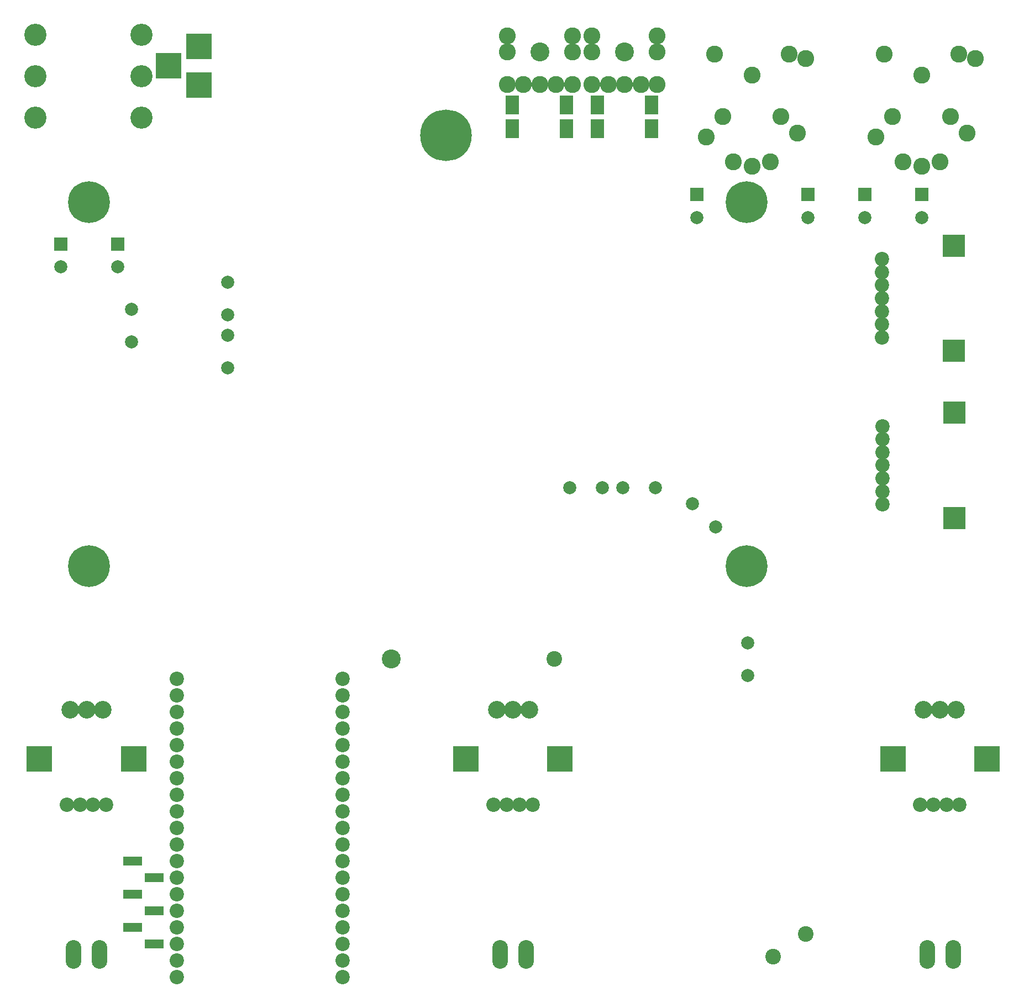
<source format=gbr>
G04 #@! TF.FileFunction,Soldermask,Bot*
%FSLAX46Y46*%
G04 Gerber Fmt 4.6, Leading zero omitted, Abs format (unit mm)*
G04 Created by KiCad (PCBNEW 4.0.7) date 04/23/18 15:57:54*
%MOMM*%
%LPD*%
G01*
G04 APERTURE LIST*
%ADD10C,0.100000*%
%ADD11R,2.000000X2.000000*%
%ADD12C,2.000000*%
%ADD13R,2.000000X3.000000*%
%ADD14C,6.400000*%
%ADD15C,7.900000*%
%ADD16C,2.400000*%
%ADD17R,3.900000X3.900000*%
%ADD18R,2.910000X1.400000*%
%ADD19C,2.200000*%
%ADD20R,3.400000X3.400000*%
%ADD21C,2.700000*%
%ADD22O,2.400000X4.400000*%
%ADD23C,2.900000*%
%ADD24C,2.600000*%
%ADD25C,3.400000*%
G04 APERTURE END LIST*
D10*
D11*
X121650000Y-57450000D03*
D12*
X121650000Y-60950000D03*
D11*
X138650000Y-57450000D03*
D12*
X138650000Y-60950000D03*
X124511827Y-108363908D03*
X120976293Y-104828374D03*
D11*
X147350000Y-57450000D03*
D12*
X147350000Y-60950000D03*
D11*
X156050000Y-57450000D03*
D12*
X156050000Y-60950000D03*
X129377549Y-131212347D03*
X129377549Y-126212347D03*
X115300000Y-102400000D03*
X110300000Y-102400000D03*
D13*
X114700000Y-43750000D03*
X114700000Y-47350000D03*
X106400000Y-43750000D03*
X106400000Y-47350000D03*
D12*
X107100000Y-102400000D03*
X102100000Y-102400000D03*
D11*
X24150000Y-65050000D03*
D12*
X24150000Y-68550000D03*
X35000000Y-80034316D03*
X35000000Y-75034316D03*
D11*
X32850000Y-65050000D03*
D12*
X32850000Y-68550000D03*
D13*
X101650000Y-43750000D03*
X101650000Y-47350000D03*
D12*
X49700000Y-84050000D03*
X49700000Y-79050000D03*
X49700000Y-75850000D03*
X49700000Y-70850000D03*
D13*
X93300000Y-43750000D03*
X93300000Y-47350000D03*
D14*
X28500000Y-58600000D03*
X129200000Y-58600000D03*
D15*
X83150000Y-48400000D03*
D14*
X129200000Y-114400000D03*
X28500000Y-114400000D03*
D16*
X138300000Y-170800000D03*
X133300000Y-174300000D03*
D17*
X45350000Y-40700000D03*
X45350000Y-34700000D03*
X40650000Y-37700000D03*
D18*
X35195000Y-169760000D03*
X35195000Y-164680000D03*
X35195000Y-159600000D03*
X38505000Y-172300000D03*
X38505000Y-167220000D03*
X38505000Y-162140000D03*
D19*
X150000000Y-73350000D03*
X150000000Y-75350000D03*
X150000000Y-77350000D03*
X150000000Y-79350000D03*
X150000000Y-71350000D03*
X150000000Y-69350000D03*
X150000000Y-67350000D03*
D20*
X161000000Y-65300000D03*
X161000000Y-81400000D03*
D19*
X150050000Y-98950000D03*
X150050000Y-100950000D03*
X150050000Y-102950000D03*
X150050000Y-104950000D03*
X150050000Y-96950000D03*
X150050000Y-94950000D03*
X150050000Y-92950000D03*
D20*
X161050000Y-90900000D03*
X161050000Y-107000000D03*
D17*
X20900000Y-143950000D03*
X35300000Y-143950000D03*
D19*
X25100000Y-150950000D03*
X27100000Y-150950000D03*
X29100000Y-150950000D03*
X31100000Y-150950000D03*
D21*
X30600000Y-136450000D03*
X25600000Y-136450000D03*
X28100000Y-136450000D03*
D17*
X86250000Y-143950000D03*
X100650000Y-143950000D03*
D19*
X90450000Y-150950000D03*
X92450000Y-150950000D03*
X94450000Y-150950000D03*
X96450000Y-150950000D03*
D21*
X95950000Y-136450000D03*
X90950000Y-136450000D03*
X93450000Y-136450000D03*
D17*
X151650000Y-143950000D03*
X166050000Y-143950000D03*
D19*
X155850000Y-150950000D03*
X157850000Y-150950000D03*
X159850000Y-150950000D03*
X161850000Y-150950000D03*
D21*
X161350000Y-136450000D03*
X156350000Y-136450000D03*
X158850000Y-136450000D03*
D22*
X26100000Y-173950000D03*
X30100000Y-173950000D03*
X95450000Y-173950000D03*
X91450000Y-173950000D03*
X160900000Y-173950000D03*
X156900000Y-173950000D03*
D19*
X67350000Y-177360000D03*
X67350000Y-174820000D03*
X67350000Y-172280000D03*
X67350000Y-169740000D03*
X67350000Y-167200000D03*
X67350000Y-164660000D03*
X67350000Y-162120000D03*
X67350000Y-159580000D03*
X67350000Y-157040000D03*
X67350000Y-154500000D03*
X67350000Y-151960000D03*
X67350000Y-149420000D03*
X67350000Y-146880000D03*
X67350000Y-144340000D03*
X67350000Y-141800000D03*
X67350000Y-139260000D03*
X67350000Y-136720000D03*
X67350000Y-134180000D03*
X67350000Y-131640000D03*
X41950000Y-131640000D03*
X41950000Y-134180000D03*
X41950000Y-136720000D03*
X41950000Y-139260000D03*
X41950000Y-141800000D03*
X41950000Y-144340000D03*
X41950000Y-146880000D03*
X41950000Y-149420000D03*
X41950000Y-151960000D03*
X41950000Y-154500000D03*
X41950000Y-157040000D03*
X41950000Y-159580000D03*
X41950000Y-162120000D03*
X41950000Y-164660000D03*
X41950000Y-167200000D03*
X41950000Y-169740000D03*
X41950000Y-172280000D03*
X41950000Y-174820000D03*
X41950000Y-177360000D03*
D23*
X74775000Y-128600000D03*
D16*
X99775000Y-128600000D03*
D24*
X135765000Y-35950000D03*
X124335000Y-35950000D03*
X138305000Y-36585000D03*
X130050000Y-39125000D03*
X134495000Y-45475000D03*
X125605000Y-45475000D03*
X137035000Y-48015000D03*
X123065000Y-48650000D03*
X130050000Y-53095000D03*
X132907500Y-52460000D03*
X127192500Y-52460000D03*
X161765000Y-35950000D03*
X150335000Y-35950000D03*
X164305000Y-36585000D03*
X156050000Y-39125000D03*
X160495000Y-45475000D03*
X151605000Y-45475000D03*
X163035000Y-48015000D03*
X149065000Y-48650000D03*
X156050000Y-53095000D03*
X158907500Y-52460000D03*
X153192500Y-52460000D03*
X110550000Y-40600000D03*
X105550000Y-33100000D03*
X105550000Y-35600000D03*
X115550000Y-33100000D03*
X115550000Y-35600000D03*
D23*
X110550000Y-35600000D03*
D24*
X115550000Y-40600000D03*
X105550000Y-40600000D03*
X113050000Y-40600000D03*
X108050000Y-40600000D03*
X97550000Y-40600000D03*
X92550000Y-33100000D03*
X92550000Y-35600000D03*
X102550000Y-33100000D03*
X102550000Y-35600000D03*
D23*
X97550000Y-35600000D03*
D24*
X102550000Y-40600000D03*
X92550000Y-40600000D03*
X100050000Y-40600000D03*
X95050000Y-40600000D03*
D25*
X36515000Y-32950000D03*
X36515000Y-39300000D03*
X36515000Y-45650000D03*
X20285000Y-32950000D03*
X20285000Y-39300000D03*
X20285000Y-45650000D03*
M02*

</source>
